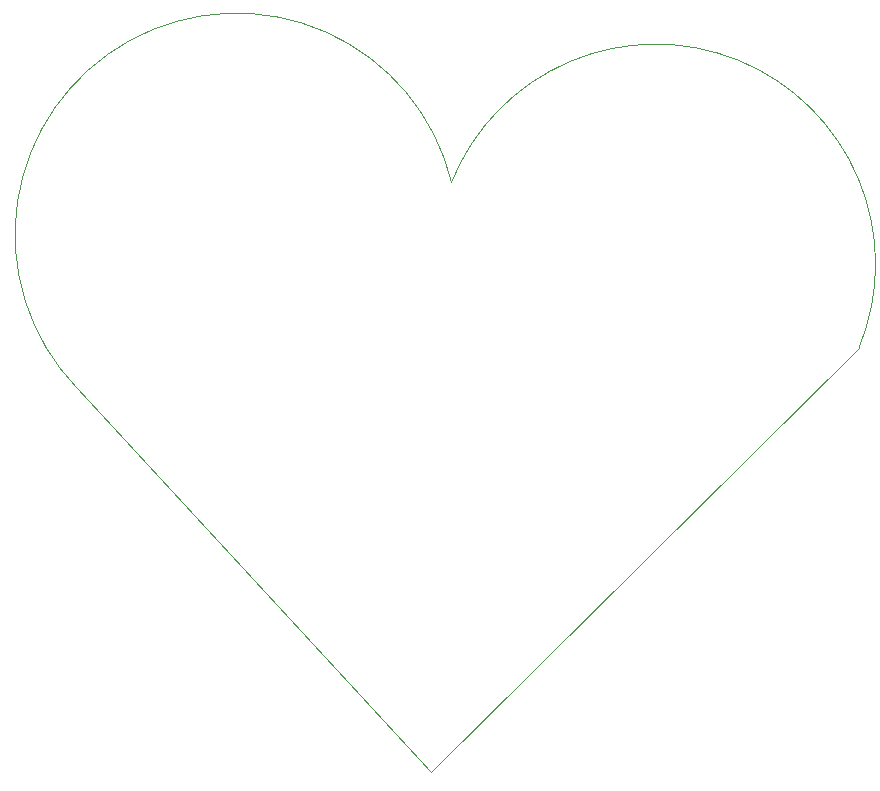
<source format=gbr>
%TF.GenerationSoftware,KiCad,Pcbnew,9.0.7*%
%TF.CreationDate,2026-02-20T23:46:02+05:30*%
%TF.ProjectId,heart-board,68656172-742d-4626-9f61-72642e6b6963,rev?*%
%TF.SameCoordinates,Original*%
%TF.FileFunction,Profile,NP*%
%FSLAX46Y46*%
G04 Gerber Fmt 4.6, Leading zero omitted, Abs format (unit mm)*
G04 Created by KiCad (PCBNEW 9.0.7) date 2026-02-20 23:46:02*
%MOMM*%
%LPD*%
G01*
G04 APERTURE LIST*
%TA.AperFunction,Profile*%
%ADD10C,0.050000*%
%TD*%
G04 APERTURE END LIST*
D10*
X185214346Y-63085527D02*
G75*
G02*
X219715007Y-77088533I17285654J-6914473D01*
G01*
X153500001Y-80500000D02*
G75*
G02*
X185214346Y-63085527I13499999J13000000D01*
G01*
X183500000Y-113000000D02*
X219715006Y-77088533D01*
X153500001Y-80500000D02*
X183500000Y-113000000D01*
M02*

</source>
